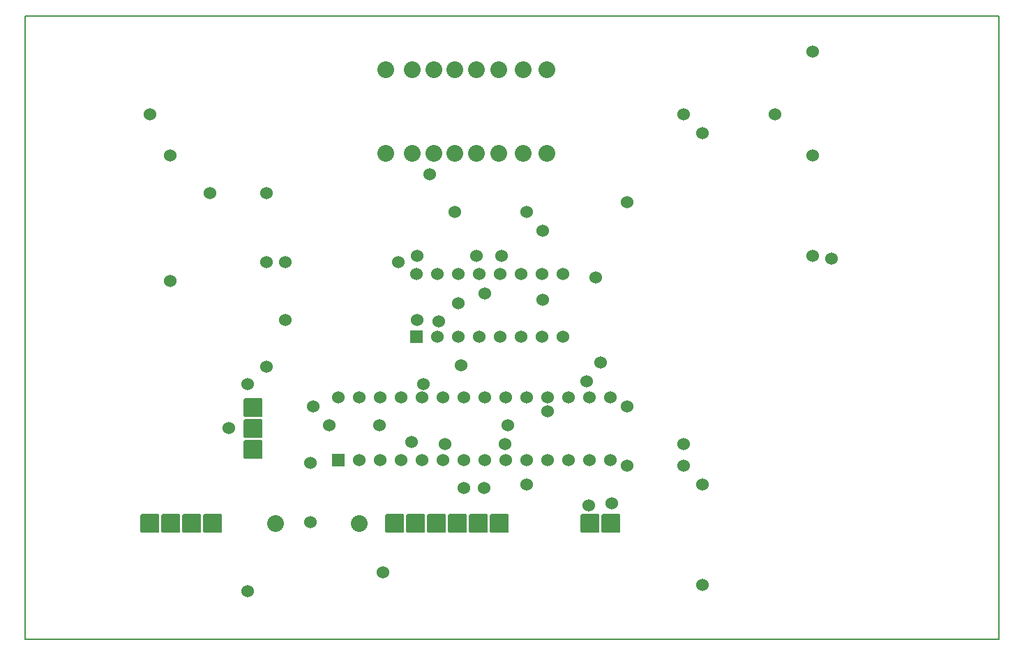
<source format=gbr>
G04 PROTEUS GERBER X2 FILE*
%TF.GenerationSoftware,Labcenter,Proteus,8.9-SP0-Build27865*%
%TF.CreationDate,2021-05-25T18:16:11+00:00*%
%TF.FileFunction,Soldermask,Bot*%
%TF.FilePolarity,Negative*%
%TF.Part,Single*%
%TF.SameCoordinates,{8c929804-3c0d-4c6f-a7b4-99d41835b1df}*%
%FSLAX45Y45*%
%MOMM*%
G01*
%TA.AperFunction,Material*%
%ADD21C,1.524000*%
%AMPPAD017*
4,1,36,
-0.635000,0.762000,
0.635000,0.762000,
0.660970,0.759470,
0.684980,0.752200,
0.706580,0.740650,
0.725290,0.725290,
0.740650,0.706570,
0.752200,0.684980,
0.759470,0.660970,
0.762000,0.635000,
0.762000,-0.635000,
0.759470,-0.660970,
0.752200,-0.684980,
0.740650,-0.706570,
0.725290,-0.725290,
0.706580,-0.740650,
0.684980,-0.752200,
0.660970,-0.759470,
0.635000,-0.762000,
-0.635000,-0.762000,
-0.660970,-0.759470,
-0.684980,-0.752200,
-0.706580,-0.740650,
-0.725290,-0.725290,
-0.740650,-0.706570,
-0.752200,-0.684980,
-0.759470,-0.660970,
-0.762000,-0.635000,
-0.762000,0.635000,
-0.759470,0.660970,
-0.752200,0.684980,
-0.740650,0.706570,
-0.725290,0.725290,
-0.706580,0.740650,
-0.684980,0.752200,
-0.660970,0.759470,
-0.635000,0.762000,
0*%
%TA.AperFunction,Material*%
%ADD25PPAD017*%
%AMPPAD018*
4,1,36,
-0.762000,-0.635000,
-0.762000,0.635000,
-0.759470,0.660970,
-0.752200,0.684980,
-0.740650,0.706580,
-0.725290,0.725290,
-0.706570,0.740650,
-0.684980,0.752200,
-0.660970,0.759470,
-0.635000,0.762000,
0.635000,0.762000,
0.660970,0.759470,
0.684980,0.752200,
0.706570,0.740650,
0.725290,0.725290,
0.740650,0.706580,
0.752200,0.684980,
0.759470,0.660970,
0.762000,0.635000,
0.762000,-0.635000,
0.759470,-0.660970,
0.752200,-0.684980,
0.740650,-0.706580,
0.725290,-0.725290,
0.706570,-0.740650,
0.684980,-0.752200,
0.660970,-0.759470,
0.635000,-0.762000,
-0.635000,-0.762000,
-0.660970,-0.759470,
-0.684980,-0.752200,
-0.706570,-0.740650,
-0.725290,-0.725290,
-0.740650,-0.706580,
-0.752200,-0.684980,
-0.759470,-0.660970,
-0.762000,-0.635000,
0*%
%TA.AperFunction,Material*%
%ADD26PPAD018*%
%AMPPAD015*
4,1,36,
-1.016000,1.143000,
1.016000,1.143000,
1.041970,1.140470,
1.065980,1.133200,
1.087580,1.121650,
1.106290,1.106290,
1.121650,1.087570,
1.133200,1.065980,
1.140470,1.041970,
1.143000,1.016000,
1.143000,-1.016000,
1.140470,-1.041970,
1.133200,-1.065980,
1.121650,-1.087570,
1.106290,-1.106290,
1.087580,-1.121650,
1.065980,-1.133200,
1.041970,-1.140470,
1.016000,-1.143000,
-1.016000,-1.143000,
-1.041970,-1.140470,
-1.065980,-1.133200,
-1.087580,-1.121650,
-1.106290,-1.106290,
-1.121650,-1.087570,
-1.133200,-1.065980,
-1.140470,-1.041970,
-1.143000,-1.016000,
-1.143000,1.016000,
-1.140470,1.041970,
-1.133200,1.065980,
-1.121650,1.087570,
-1.106290,1.106290,
-1.087580,1.121650,
-1.065980,1.133200,
-1.041970,1.140470,
-1.016000,1.143000,
0*%
%TA.AperFunction,Material*%
%ADD23PPAD015*%
%TA.AperFunction,Material*%
%ADD22C,2.032000*%
%AMPPAD019*
4,1,36,
1.143000,1.016000,
1.143000,-1.016000,
1.140470,-1.041970,
1.133200,-1.065980,
1.121650,-1.087580,
1.106290,-1.106290,
1.087570,-1.121650,
1.065980,-1.133200,
1.041970,-1.140470,
1.016000,-1.143000,
-1.016000,-1.143000,
-1.041970,-1.140470,
-1.065980,-1.133200,
-1.087570,-1.121650,
-1.106290,-1.106290,
-1.121650,-1.087580,
-1.133200,-1.065980,
-1.140470,-1.041970,
-1.143000,-1.016000,
-1.143000,1.016000,
-1.140470,1.041970,
-1.133200,1.065980,
-1.121650,1.087580,
-1.106290,1.106290,
-1.087570,1.121650,
-1.065980,1.133200,
-1.041970,1.140470,
-1.016000,1.143000,
1.016000,1.143000,
1.041970,1.140470,
1.065980,1.133200,
1.087570,1.121650,
1.106290,1.106290,
1.121650,1.087580,
1.133200,1.065980,
1.140470,1.041970,
1.143000,1.016000,
0*%
%TA.AperFunction,Material*%
%ADD27PPAD019*%
%TA.AperFunction,Profile*%
%ADD18C,0.203200*%
%TD.AperFunction*%
D21*
X-5153744Y+1510104D03*
X-3020144Y+1510104D03*
X-3020144Y+5777304D03*
X-5420444Y+2005404D03*
X-3248744Y+2005404D03*
X-3248744Y+6005904D03*
X-6487244Y+4291404D03*
X-5763344Y+4291404D03*
X-6715844Y+4215204D03*
X-8087444Y+4215204D03*
X-6411044Y+2729304D03*
X-8544644Y+2729304D03*
X-5458544Y+4291404D03*
X-1686644Y+4291404D03*
X-4963244Y+4596204D03*
X-3934544Y+4939104D03*
X-8316044Y+5053404D03*
X-8316044Y+4215204D03*
X-6334844Y+5282004D03*
X-4315544Y+4024704D03*
X-5153744Y+4824804D03*
X-6030044Y+4824804D03*
X-9725744Y+6005904D03*
X-9001844Y+5053404D03*
X-2143844Y+6005904D03*
X-6220544Y+3491304D03*
X-4429844Y+2767404D03*
X-3934544Y+2462604D03*
X-9480344Y+3986604D03*
X-9480344Y+5509404D03*
X-4963244Y+3758004D03*
X-5980344Y+3709404D03*
X-5953844Y+2957904D03*
X-4125044Y+1281504D03*
X-4260344Y+2996004D03*
X-7554044Y+2234004D03*
X-8773244Y+2195904D03*
X-7782644Y+1052904D03*
X-7782644Y+1776804D03*
X-5664844Y+3834204D03*
X-8316044Y+2939404D03*
X-4900344Y+2399404D03*
X-5668988Y+1467263D03*
X-6144344Y+2005404D03*
X-5915744Y+1472004D03*
X-6550344Y+2029404D03*
X-8087444Y+3509404D03*
X-6480344Y+3509404D03*
X-6900344Y+443304D03*
X-6944444Y+2234004D03*
X-4400344Y+1259404D03*
X-5382344Y+2234004D03*
X-7744544Y+2462604D03*
X-8544644Y+214704D03*
X-3248744Y+1738704D03*
X-3934544Y+1738704D03*
X-3020144Y+290904D03*
X-1686644Y+5510604D03*
X-1686644Y+6770000D03*
X-1458044Y+4253304D03*
D25*
X-6490344Y+3304104D03*
D21*
X-6236344Y+3304104D03*
X-5982344Y+3304104D03*
X-5728344Y+3304104D03*
X-5474344Y+3304104D03*
X-5220344Y+3304104D03*
X-4966344Y+3304104D03*
X-4712344Y+3304104D03*
X-4712344Y+4066104D03*
X-4966344Y+4066104D03*
X-5220344Y+4066104D03*
X-5474344Y+4066104D03*
X-5728344Y+4066104D03*
X-5982344Y+4066104D03*
X-6236344Y+4066104D03*
X-6490344Y+4066104D03*
D26*
X-7440344Y+1804934D03*
D21*
X-7186344Y+1804934D03*
X-6932344Y+1804934D03*
X-6678344Y+1804934D03*
X-6424344Y+1804934D03*
X-6170344Y+1804934D03*
X-5916344Y+1804934D03*
X-5662344Y+1804934D03*
X-5408344Y+1804934D03*
X-5154344Y+1804934D03*
X-4900344Y+1804934D03*
X-4646344Y+1804934D03*
X-4392344Y+1804934D03*
X-4138344Y+1804934D03*
X-4138344Y+2566934D03*
X-4392344Y+2566934D03*
X-4646344Y+2566934D03*
X-4900344Y+2566934D03*
X-5154344Y+2566934D03*
X-5408344Y+2566934D03*
X-5662344Y+2566934D03*
X-5916344Y+2566934D03*
X-6170344Y+2566934D03*
X-6424344Y+2566934D03*
X-6678344Y+2566934D03*
X-6932344Y+2566934D03*
X-7186344Y+2566934D03*
X-7438344Y+2566934D03*
D23*
X-6750344Y+1037604D03*
X-6496344Y+1037604D03*
X-6242344Y+1037604D03*
X-5988344Y+1037604D03*
X-5734344Y+1037604D03*
X-5480344Y+1037604D03*
X-8960344Y+1037604D03*
X-9214344Y+1037604D03*
X-9468344Y+1037604D03*
X-9722344Y+1037604D03*
D22*
X-6860344Y+6549104D03*
X-6860344Y+5533104D03*
X-6540344Y+6549104D03*
X-6540344Y+5533104D03*
X-6280344Y+6549104D03*
X-6280344Y+5533104D03*
X-6030344Y+6549104D03*
X-6030344Y+5533104D03*
X-5760344Y+6549104D03*
X-5760344Y+5533104D03*
X-5490344Y+6549104D03*
X-5490344Y+5533104D03*
X-5200344Y+6549104D03*
X-5200344Y+5533104D03*
X-4910344Y+6549104D03*
X-4910344Y+5533104D03*
X-7190344Y+1037604D03*
X-8206344Y+1037604D03*
D27*
X-8470344Y+2439934D03*
X-8470344Y+2185934D03*
X-8470344Y+1931934D03*
D23*
X-4380344Y+1037604D03*
X-4126344Y+1037604D03*
D18*
X-11240344Y-370596D02*
X+579656Y-370596D01*
X+579656Y+7199404D01*
X-11240344Y+7199404D01*
X-11240344Y-370596D01*
M02*

</source>
